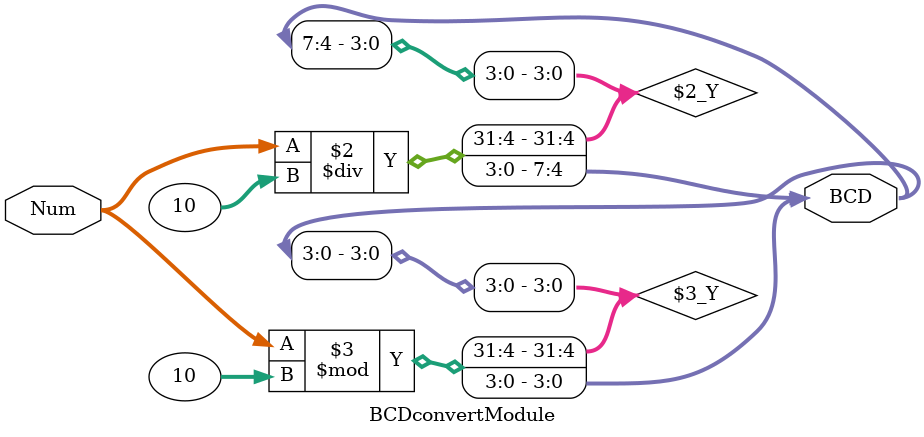
<source format=v>
module BCDconvertModule(input[6:0] Num, output reg[7:0] BCD);
	/*
	reg[3:0] tens;
	reg[3:0] ones;
	integer i;
	always@(hexNum)
	begin
		for( i = 6; i >= 0; i = i - 1)
		begin
			if(ones >= 4'd5)	ones = ones + 4'd3;
			if(tens >= 4'd5)	tens = tens + 4'd3;
			tens = {tens[2:0], ones[3]};
			ones = {ones[2:0], hexNum[i]};
		end
		
		hexBCD = {tens, ones};
	end
	*/
	always@(Num)
	begin
		BCD[7:4] = Num / 10;
		BCD[3:0] = Num % 10;
	end
endmodule
</source>
